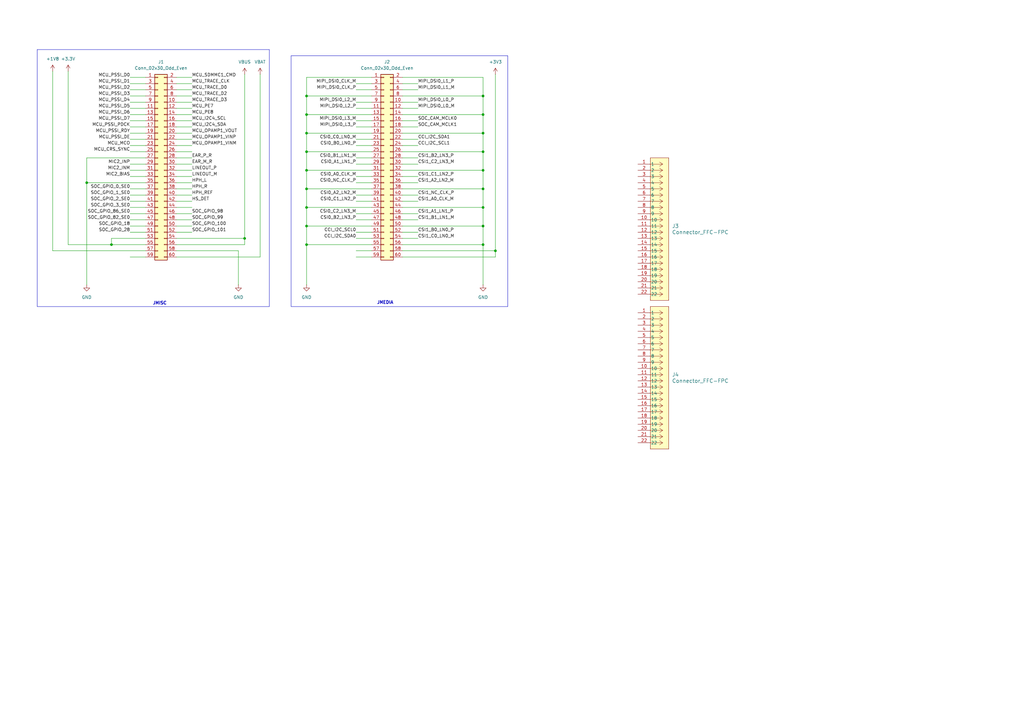
<source format=kicad_sch>
(kicad_sch (version 20250114) (generator "eeschema") (generator_version "9.0")
  (paper "A3")
  (lib_symbols
    (symbol "Connector_Generic:Conn_02x30_Odd_Even" (pin_names (offset 1.016) (hide yes))
      (property "Reference" "J" (at 1.27 38.1 0))
      (property "Value" "Conn_02x30_Odd_Even" (at 1.27 -40.64 0))
      (symbol "Conn_02x30_Odd_Even_1_1"
        (rectangle (start -1.27 36.83) (end 3.81 -39.37) (stroke (width 0.254)) (fill (type background)))
        (rectangle (start -1.27 35.687) (end 0 35.433) (stroke (width 0.1524)))
        (rectangle (start -1.27 33.147) (end 0 32.893) (stroke (width 0.1524)))
        (rectangle (start -1.27 30.607) (end 0 30.353) (stroke (width 0.1524)))
        (rectangle (start -1.27 28.067) (end 0 27.813) (stroke (width 0.1524)))
        (rectangle (start -1.27 25.527) (end 0 25.273) (stroke (width 0.1524)))
        (rectangle (start -1.27 22.987) (end 0 22.733) (stroke (width 0.1524)))
        (rectangle (start -1.27 20.447) (end 0 20.193) (stroke (width 0.1524)))
        (rectangle (start -1.27 17.907) (end 0 17.653) (stroke (width 0.1524)))
        (rectangle (start -1.27 15.367) (end 0 15.113) (stroke (width 0.1524)))
        (rectangle (start -1.27 12.827) (end 0 12.573) (stroke (width 0.1524)))
        (rectangle (start -1.27 10.287) (end 0 10.033) (stroke (width 0.1524)))
        (rectangle (start -1.27 7.747) (end 0 7.493) (stroke (width 0.1524)))
        (rectangle (start -1.27 5.207) (end 0 4.953) (stroke (width 0.1524)))
        (rectangle (start -1.27 2.667) (end 0 2.413) (stroke (width 0.1524)))
        (rectangle (start -1.27 0.127) (end 0 -0.127) (stroke (width 0.1524)))
        (rectangle (start -1.27 -2.413) (end 0 -2.667) (stroke (width 0.1524)))
        (rectangle (start -1.27 -4.953) (end 0 -5.207) (stroke (width 0.1524)))
        (rectangle (start -1.27 -7.493) (end 0 -7.747) (stroke (width 0.1524)))
        (rectangle (start -1.27 -10.033) (end 0 -10.287) (stroke (width 0.1524)))
        (rectangle (start -1.27 -12.573) (end 0 -12.827) (stroke (width 0.1524)))
        (rectangle (start -1.27 -15.113) (end 0 -15.367) (stroke (width 0.1524)))
        (rectangle (start -1.27 -17.653) (end 0 -17.907) (stroke (width 0.1524)))
        (rectangle (start -1.27 -20.193) (end 0 -20.447) (stroke (width 0.1524)))
        (rectangle (start -1.27 -22.733) (end 0 -22.987) (stroke (width 0.1524)))
        (rectangle (start -1.27 -25.273) (end 0 -25.527) (stroke (width 0.1524)))
        (rectangle (start -1.27 -27.813) (end 0 -28.067) (stroke (width 0.1524)))
        (rectangle (start -1.27 -30.353) (end 0 -30.607) (stroke (width 0.1524)))
        (rectangle (start -1.27 -32.893) (end 0 -33.147) (stroke (width 0.1524)))
        (rectangle (start -1.27 -35.433) (end 0 -35.687) (stroke (width 0.1524)))
        (rectangle (start -1.27 -37.973) (end 0 -38.227) (stroke (width 0.1524)))
        (rectangle (start 3.81 35.687) (end 2.54 35.433) (stroke (width 0.1524)))
        (rectangle (start 3.81 33.147) (end 2.54 32.893) (stroke (width 0.1524)))
        (rectangle (start 3.81 30.607) (end 2.54 30.353) (stroke (width 0.1524)))
        (rectangle (start 3.81 28.067) (end 2.54 27.813) (stroke (width 0.1524)))
        (rectangle (start 3.81 25.527) (end 2.54 25.273) (stroke (width 0.1524)))
        (rectangle (start 3.81 22.987) (end 2.54 22.733) (stroke (width 0.1524)))
        (rectangle (start 3.81 20.447) (end 2.54 20.193) (stroke (width 0.1524)))
        (rectangle (start 3.81 17.907) (end 2.54 17.653) (stroke (width 0.1524)))
        (rectangle (start 3.81 15.367) (end 2.54 15.113) (stroke (width 0.1524)))
        (rectangle (start 3.81 12.827) (end 2.54 12.573) (stroke (width 0.1524)))
        (rectangle (start 3.81 10.287) (end 2.54 10.033) (stroke (width 0.1524)))
        (rectangle (start 3.81 7.747) (end 2.54 7.493) (stroke (width 0.1524)))
        (rectangle (start 3.81 5.207) (end 2.54 4.953) (stroke (width 0.1524)))
        (rectangle (start 3.81 2.667) (end 2.54 2.413) (stroke (width 0.1524)))
        (rectangle (start 3.81 0.127) (end 2.54 -0.127) (stroke (width 0.1524)))
        (rectangle (start 3.81 -2.413) (end 2.54 -2.667) (stroke (width 0.1524)))
        (rectangle (start 3.81 -4.953) (end 2.54 -5.207) (stroke (width 0.1524)))
        (rectangle (start 3.81 -7.493) (end 2.54 -7.747) (stroke (width 0.1524)))
        (rectangle (start 3.81 -10.033) (end 2.54 -10.287) (stroke (width 0.1524)))
        (rectangle (start 3.81 -12.573) (end 2.54 -12.827) (stroke (width 0.1524)))
        (rectangle (start 3.81 -15.113) (end 2.54 -15.367) (stroke (width 0.1524)))
        (rectangle (start 3.81 -17.653) (end 2.54 -17.907) (stroke (width 0.1524)))
        (rectangle (start 3.81 -20.193) (end 2.54 -20.447) (stroke (width 0.1524)))
        (rectangle (start 3.81 -22.733) (end 2.54 -22.987) (stroke (width 0.1524)))
        (rectangle (start 3.81 -25.273) (end 2.54 -25.527) (stroke (width 0.1524)))
        (rectangle (start 3.81 -27.813) (end 2.54 -28.067) (stroke (width 0.1524)))
        (rectangle (start 3.81 -30.353) (end 2.54 -30.607) (stroke (width 0.1524)))
        (rectangle (start 3.81 -32.893) (end 2.54 -33.147) (stroke (width 0.1524)))
        (rectangle (start 3.81 -35.433) (end 2.54 -35.687) (stroke (width 0.1524)))
        (rectangle (start 3.81 -37.973) (end 2.54 -38.227) (stroke (width 0.1524)))
        (pin passive line (at -5.08 35.56 0) (length 3.81) (name "Pin_1") (number "1"))
        (pin passive line (at -5.08 33.02 0) (length 3.81) (name "Pin_3") (number "3"))
        (pin passive line (at -5.08 30.48 0) (length 3.81) (name "Pin_5") (number "5"))
        (pin passive line (at -5.08 27.94 0) (length 3.81) (name "Pin_7") (number "7"))
        (pin passive line (at -5.08 25.4 0) (length 3.81) (name "Pin_9") (number "9"))
        (pin passive line (at -5.08 22.86 0) (length 3.81) (name "Pin_11") (number "11"))
        (pin passive line (at -5.08 20.32 0) (length 3.81) (name "Pin_13") (number "13"))
        (pin passive line (at -5.08 17.78 0) (length 3.81) (name "Pin_15") (number "15"))
        (pin passive line (at -5.08 15.24 0) (length 3.81) (name "Pin_17") (number "17"))
        (pin passive line (at -5.08 12.7 0) (length 3.81) (name "Pin_19") (number "19"))
        (pin passive line (at -5.08 10.16 0) (length 3.81) (name "Pin_21") (number "21"))
        (pin passive line (at -5.08 7.62 0) (length 3.81) (name "Pin_23") (number "23"))
        (pin passive line (at -5.08 5.08 0) (length 3.81) (name "Pin_25") (number "25"))
        (pin passive line (at -5.08 2.54 0) (length 3.81) (name "Pin_27") (number "27"))
        (pin passive line (at -5.08 0 0) (length 3.81) (name "Pin_29") (number "29"))
        (pin passive line (at -5.08 -2.54 0) (length 3.81) (name "Pin_31") (number "31"))
        (pin passive line (at -5.08 -5.08 0) (length 3.81) (name "Pin_33") (number "33"))
        (pin passive line (at -5.08 -7.62 0) (length 3.81) (name "Pin_35") (number "35"))
        (pin passive line (at -5.08 -10.16 0) (length 3.81) (name "Pin_37") (number "37"))
        (pin passive line (at -5.08 -12.7 0) (length 3.81) (name "Pin_39") (number "39"))
        (pin passive line (at -5.08 -15.24 0) (length 3.81) (name "Pin_41") (number "41"))
        (pin passive line (at -5.08 -17.78 0) (length 3.81) (name "Pin_43") (number "43"))
        (pin passive line (at -5.08 -20.32 0) (length 3.81) (name "Pin_45") (number "45"))
        (pin passive line (at -5.08 -22.86 0) (length 3.81) (name "Pin_47") (number "47"))
        (pin passive line (at -5.08 -25.4 0) (length 3.81) (name "Pin_49") (number "49"))
        (pin passive line (at -5.08 -27.94 0) (length 3.81) (name "Pin_51") (number "51"))
        (pin passive line (at -5.08 -30.48 0) (length 3.81) (name "Pin_53") (number "53"))
        (pin passive line (at -5.08 -33.02 0) (length 3.81) (name "Pin_55") (number "55"))
        (pin passive line (at -5.08 -35.56 0) (length 3.81) (name "Pin_57") (number "57"))
        (pin passive line (at -5.08 -38.1 0) (length 3.81) (name "Pin_59") (number "59"))
        (pin passive line (at 7.62 35.56 180) (length 3.81) (name "Pin_2") (number "2"))
        (pin passive line (at 7.62 33.02 180) (length 3.81) (name "Pin_4") (number "4"))
        (pin passive line (at 7.62 30.48 180) (length 3.81) (name "Pin_6") (number "6"))
        (pin passive line (at 7.62 27.94 180) (length 3.81) (name "Pin_8") (number "8"))
        (pin passive line (at 7.62 25.4 180) (length 3.81) (name "Pin_10") (number "10"))
        (pin passive line (at 7.62 22.86 180) (length 3.81) (name "Pin_12") (number "12"))
        (pin passive line (at 7.62 20.32 180) (length 3.81) (name "Pin_14") (number "14"))
        (pin passive line (at 7.62 17.78 180) (length 3.81) (name "Pin_16") (number "16"))
        (pin passive line (at 7.62 15.24 180) (length 3.81) (name "Pin_18") (number "18"))
        (pin passive line (at 7.62 12.7 180) (length 3.81) (name "Pin_20") (number "20"))
        (pin passive line (at 7.62 10.16 180) (length 3.81) (name "Pin_22") (number "22"))
        (pin passive line (at 7.62 7.62 180) (length 3.81) (name "Pin_24") (number "24"))
        (pin passive line (at 7.62 5.08 180) (length 3.81) (name "Pin_26") (number "26"))
        (pin passive line (at 7.62 2.54 180) (length 3.81) (name "Pin_28") (number "28"))
        (pin passive line (at 7.62 0 180) (length 3.81) (name "Pin_30") (number "30"))
        (pin passive line (at 7.62 -2.54 180) (length 3.81) (name "Pin_32") (number "32"))
        (pin passive line (at 7.62 -5.08 180) (length 3.81) (name "Pin_34") (number "34"))
        (pin passive line (at 7.62 -7.62 180) (length 3.81) (name "Pin_36") (number "36"))
        (pin passive line (at 7.62 -10.16 180) (length 3.81) (name "Pin_38") (number "38"))
        (pin passive line (at 7.62 -12.7 180) (length 3.81) (name "Pin_40") (number "40"))
        (pin passive line (at 7.62 -15.24 180) (length 3.81) (name "Pin_42") (number "42"))
        (pin passive line (at 7.62 -17.78 180) (length 3.81) (name "Pin_44") (number "44"))
        (pin passive line (at 7.62 -20.32 180) (length 3.81) (name "Pin_46") (number "46"))
        (pin passive line (at 7.62 -22.86 180) (length 3.81) (name "Pin_48") (number "48"))
        (pin passive line (at 7.62 -25.4 180) (length 3.81) (name "Pin_50") (number "50"))
        (pin passive line (at 7.62 -27.94 180) (length 3.81) (name "Pin_52") (number "52"))
        (pin passive line (at 7.62 -30.48 180) (length 3.81) (name "Pin_54") (number "54"))
        (pin passive line (at 7.62 -33.02 180) (length 3.81) (name "Pin_56") (number "56"))
        (pin passive line (at 7.62 -35.56 180) (length 3.81) (name "Pin_58") (number "58"))
        (pin passive line (at 7.62 -38.1 180) (length 3.81) (name "Pin_60") (number "60"))
      )
    )
    (symbol "power:+1V8" (power) (pin_numbers (hide yes)) (pin_names (offset 0) (hide yes))
      (property "Value" "+1V8" (at 0 3.556 0))
      (symbol "+1V8_0_1"
        (polyline (pts (xy -0.762 1.27) (xy 0 2.54)))
        (polyline (pts (xy 0 2.54) (xy 0.762 1.27)))
        (polyline (pts (xy 0 0) (xy 0 2.54)))
      )
      (symbol "+1V8_1_1"
        (pin power_in line (at 0 0 90) (length 0) (name "~") (number "1"))
      )
    )
    (symbol "power:+3.3V" (power) (pin_numbers (hide yes)) (pin_names (offset 0) (hide yes))
      (property "Value" "+3.3V" (at 0 3.556 0))
      (symbol "+3.3V_0_1"
        (polyline (pts (xy -0.762 1.27) (xy 0 2.54)))
        (polyline (pts (xy 0 2.54) (xy 0.762 1.27)))
        (polyline (pts (xy 0 0) (xy 0 2.54)))
      )
      (symbol "+3.3V_1_1"
        (pin power_in line (at 0 0 90) (length 0) (name "~") (number "1"))
      )
    )
    (symbol "power:+3V3" (power) (pin_numbers (hide yes)) (pin_names (offset 0) (hide yes))
      (property "Value" "+3V3" (at 0 3.556 0))
      (symbol "+3V3_0_1"
        (polyline (pts (xy -0.762 1.27) (xy 0 2.54)))
        (polyline (pts (xy 0 2.54) (xy 0.762 1.27)))
        (polyline (pts (xy 0 0) (xy 0 2.54)))
      )
      (symbol "+3V3_1_1"
        (pin power_in line (at 0 0 90) (length 0) (name "~") (number "1"))
      )
    )
    (symbol "power:GND" (power) (pin_numbers (hide yes)) (pin_names (offset 0) (hide yes))
      (property "Value" "GND" (at 0 -3.81 0))
      (symbol "GND_0_1"
        (polyline (pts (xy 0 0) (xy 0 -1.27) (xy 1.27 -1.27) (xy 0 -2.54) (xy -1.27 -1.27) (xy 0 -1.27)))
      )
      (symbol "GND_1_1"
        (pin power_in line (at 0 0 270) (length 0) (name "~") (number "1"))
      )
    )
    (symbol "power:VBUS" (power) (pin_numbers (hide yes)) (pin_names (offset 0) (hide yes))
      (property "Value" "VBUS" (at 0 3.556 0))
      (symbol "VBUS_0_1"
        (polyline (pts (xy -0.762 1.27) (xy 0 2.54)))
        (polyline (pts (xy 0 2.54) (xy 0.762 1.27)))
        (polyline (pts (xy 0 0) (xy 0 2.54)))
      )
      (symbol "VBUS_1_1"
        (pin power_in line (at 0 0 90) (length 0) (name "~") (number "1"))
      )
    )
    (symbol "robotics-symbols:Connector_FFC-FPC" (pin_names (offset 0.254))
      (property "Reference" "J" (at 8.89 6.35 0))
      (property "Value" "Connector_FFC-FPC" (at -0.254 4.064 0))
      (symbol "Connector_FFC-FPC_1_1"
        (rectangle (start 5.08 2.54) (end 12.7 -55.88) (fill (type color) (color 255 255 194 1)))
        (polyline (pts (xy 10.16 0) (xy 5.08 0)) (stroke (width 0.127)))
        (polyline (pts (xy 10.16 0) (xy 8.89 0.8467)) (stroke (width 0.127)))
        (polyline (pts (xy 10.16 0) (xy 8.89 -0.8467)) (stroke (width 0.127)))
        (polyline (pts (xy 10.16 -2.54) (xy 5.08 -2.54)) (stroke (width 0.127)))
        (polyline (pts (xy 10.16 -2.54) (xy 8.89 -1.6933)) (stroke (width 0.127)))
        (polyline (pts (xy 10.16 -2.54) (xy 8.89 -3.3867)) (stroke (width 0.127)))
        (polyline (pts (xy 10.16 -5.08) (xy 5.08 -5.08)) (stroke (width 0.127)))
        (polyline (pts (xy 10.16 -5.08) (xy 8.89 -4.2333)) (stroke (width 0.127)))
        (polyline (pts (xy 10.16 -5.08) (xy 8.89 -5.9267)) (stroke (width 0.127)))
        (polyline (pts (xy 10.16 -7.62) (xy 5.08 -7.62)) (stroke (width 0.127)))
        (polyline (pts (xy 10.16 -7.62) (xy 8.89 -6.7733)) (stroke (width 0.127)))
        (polyline (pts (xy 10.16 -7.62) (xy 8.89 -8.4667)) (stroke (width 0.127)))
        (polyline (pts (xy 10.16 -10.16) (xy 5.08 -10.16)) (stroke (width 0.127)))
        (polyline (pts (xy 10.16 -10.16) (xy 8.89 -9.3133)) (stroke (width 0.127)))
        (polyline (pts (xy 10.16 -10.16) (xy 8.89 -11.0067)) (stroke (width 0.127)))
        (polyline (pts (xy 10.16 -12.7) (xy 5.08 -12.7)) (stroke (width 0.127)))
        (polyline (pts (xy 10.16 -12.7) (xy 8.89 -11.8533)) (stroke (width 0.127)))
        (polyline (pts (xy 10.16 -12.7) (xy 8.89 -13.5467)) (stroke (width 0.127)))
        (polyline (pts (xy 10.16 -15.24) (xy 5.08 -15.24)) (stroke (width 0.127)))
        (polyline (pts (xy 10.16 -15.24) (xy 8.89 -14.3933)) (stroke (width 0.127)))
        (polyline (pts (xy 10.16 -15.24) (xy 8.89 -16.0867)) (stroke (width 0.127)))
        (polyline (pts (xy 10.16 -17.78) (xy 5.08 -17.78)) (stroke (width 0.127)))
        (polyline (pts (xy 10.16 -17.78) (xy 8.89 -16.9333)) (stroke (width 0.127)))
        (polyline (pts (xy 10.16 -17.78) (xy 8.89 -18.6267)) (stroke (width 0.127)))
        (polyline (pts (xy 10.16 -20.32) (xy 5.08 -20.32)) (stroke (width 0.127)))
        (polyline (pts (xy 10.16 -20.32) (xy 8.89 -19.4733)) (stroke (width 0.127)))
        (polyline (pts (xy 10.16 -20.32) (xy 8.89 -21.1667)) (stroke (width 0.127)))
        (polyline (pts (xy 10.16 -22.86) (xy 5.08 -22.86)) (stroke (width 0.127)))
        (polyline (pts (xy 10.16 -22.86) (xy 8.89 -22.0133)) (stroke (width 0.127)))
        (polyline (pts (xy 10.16 -22.86) (xy 8.89 -23.7067)) (stroke (width 0.127)))
        (polyline (pts (xy 10.16 -25.4) (xy 5.08 -25.4)) (stroke (width 0.127)))
        (polyline (pts (xy 10.16 -25.4) (xy 8.89 -24.5533)) (stroke (width 0.127)))
        (polyline (pts (xy 10.16 -25.4) (xy 8.89 -26.2467)) (stroke (width 0.127)))
        (polyline (pts (xy 10.16 -27.94) (xy 5.08 -27.94)) (stroke (width 0.127)))
        (polyline (pts (xy 10.16 -27.94) (xy 8.89 -27.0933)) (stroke (width 0.127)))
        (polyline (pts (xy 10.16 -27.94) (xy 8.89 -28.7867)) (stroke (width 0.127)))
        (polyline (pts (xy 10.16 -30.48) (xy 5.08 -30.48)) (stroke (width 0.127)))
        (polyline (pts (xy 10.16 -30.48) (xy 8.89 -29.6333)) (stroke (width 0.127)))
        (polyline (pts (xy 10.16 -30.48) (xy 8.89 -31.3267)) (stroke (width 0.127)))
        (polyline (pts (xy 10.16 -33.02) (xy 5.08 -33.02)) (stroke (width 0.127)))
        (polyline (pts (xy 10.16 -33.02) (xy 8.89 -32.1733)) (stroke (width 0.127)))
        (polyline (pts (xy 10.16 -33.02) (xy 8.89 -33.8667)) (stroke (width 0.127)))
        (polyline (pts (xy 10.16 -35.56) (xy 5.08 -35.56)) (stroke (width 0.127)))
        (polyline (pts (xy 10.16 -35.56) (xy 8.89 -34.7133)) (stroke (width 0.127)))
        (polyline (pts (xy 10.16 -35.56) (xy 8.89 -36.4067)) (stroke (width 0.127)))
        (polyline (pts (xy 10.16 -38.1) (xy 5.08 -38.1)) (stroke (width 0.127)))
        (polyline (pts (xy 10.16 -38.1) (xy 8.89 -37.2533)) (stroke (width 0.127)))
        (polyline (pts (xy 10.16 -38.1) (xy 8.89 -38.9467)) (stroke (width 0.127)))
        (polyline (pts (xy 10.16 -40.64) (xy 5.08 -40.64)) (stroke (width 0.127)))
        (polyline (pts (xy 10.16 -40.64) (xy 8.89 -39.7933)) (stroke (width 0.127)))
        (polyline (pts (xy 10.16 -40.64) (xy 8.89 -41.4867)) (stroke (width 0.127)))
        (polyline (pts (xy 10.16 -43.18) (xy 5.08 -43.18)) (stroke (width 0.127)))
        (polyline (pts (xy 10.16 -43.18) (xy 8.89 -42.3333)) (stroke (width 0.127)))
        (polyline (pts (xy 10.16 -43.18) (xy 8.89 -44.0267)) (stroke (width 0.127)))
        (polyline (pts (xy 10.16 -45.72) (xy 5.08 -45.72)) (stroke (width 0.127)))
        (polyline (pts (xy 10.16 -45.72) (xy 8.89 -44.8733)) (stroke (width 0.127)))
        (polyline (pts (xy 10.16 -45.72) (xy 8.89 -46.5667)) (stroke (width 0.127)))
        (polyline (pts (xy 10.16 -48.26) (xy 5.08 -48.26)) (stroke (width 0.127)))
        (polyline (pts (xy 10.16 -48.26) (xy 8.89 -47.4133)) (stroke (width 0.127)))
        (polyline (pts (xy 10.16 -48.26) (xy 8.89 -49.1067)) (stroke (width 0.127)))
        (polyline (pts (xy 10.16 -50.8) (xy 5.08 -50.8)) (stroke (width 0.127)))
        (polyline (pts (xy 10.16 -50.8) (xy 8.89 -49.9533)) (stroke (width 0.127)))
        (polyline (pts (xy 10.16 -50.8) (xy 8.89 -51.6467)) (stroke (width 0.127)))
        (polyline (pts (xy 10.16 -53.34) (xy 5.08 -53.34)) (stroke (width 0.127)))
        (polyline (pts (xy 10.16 -53.34) (xy 8.89 -52.4933)) (stroke (width 0.127)))
        (polyline (pts (xy 10.16 -53.34) (xy 8.89 -54.1867)) (stroke (width 0.127)))
        (pin unspecified line (at 0 0 0) (length 5.08) (name "1") (number "1"))
        (pin unspecified line (at 0 -2.54 0) (length 5.08) (name "2") (number "2"))
        (pin unspecified line (at 0 -5.08 0) (length 5.08) (name "3") (number "3"))
        (pin unspecified line (at 0 -7.62 0) (length 5.08) (name "4") (number "4"))
        (pin unspecified line (at 0 -10.16 0) (length 5.08) (name "5") (number "5"))
        (pin unspecified line (at 0 -12.7 0) (length 5.08) (name "6") (number "6"))
        (pin unspecified line (at 0 -15.24 0) (length 5.08) (name "7") (number "7"))
        (pin unspecified line (at 0 -17.78 0) (length 5.08) (name "8") (number "8"))
        (pin unspecified line (at 0 -20.32 0) (length 5.08) (name "9") (number "9"))
        (pin unspecified line (at 0 -22.86 0) (length 5.08) (name "10") (number "10"))
        (pin unspecified line (at 0 -25.4 0) (length 5.08) (name "11") (number "11"))
        (pin unspecified line (at 0 -27.94 0) (length 5.08) (name "12") (number "12"))
        (pin unspecified line (at 0 -30.48 0) (length 5.08) (name "13") (number "13"))
        (pin unspecified line (at 0 -33.02 0) (length 5.08) (name "14") (number "14"))
        (pin unspecified line (at 0 -35.56 0) (length 5.08) (name "15") (number "15"))
        (pin unspecified line (at 0 -38.1 0) (length 5.08) (name "16") (number "16"))
        (pin unspecified line (at 0 -40.64 0) (length 5.08) (name "17") (number "17"))
        (pin unspecified line (at 0 -43.18 0) (length 5.08) (name "18") (number "18"))
        (pin unspecified line (at 0 -45.72 0) (length 5.08) (name "19") (number "19"))
        (pin unspecified line (at 0 -48.26 0) (length 5.08) (name "20") (number "20"))
        (pin unspecified line (at 0 -50.8 0) (length 5.08) (name "21") (number "21"))
        (pin unspecified line (at 0 -53.34 0) (length 5.08) (name "22") (number "22"))
      )
      (symbol "Connector_FFC-FPC_1_2"
        (polyline (pts (xy 5.08 2.54) (xy 5.08 -55.88)) (stroke (width 0.127)))
        (polyline (pts (xy 5.08 -55.88) (xy 12.7 -55.88)) (stroke (width 0.127)))
        (polyline (pts (xy 7.62 0) (xy 5.08 0)) (stroke (width 0.127)))
        (polyline (pts (xy 7.62 0) (xy 8.89 0.8467)) (stroke (width 0.127)))
        (polyline (pts (xy 7.62 0) (xy 8.89 -0.8467)) (stroke (width 0.127)))
        (polyline (pts (xy 7.62 -2.54) (xy 5.08 -2.54)) (stroke (width 0.127)))
        (polyline (pts (xy 7.62 -2.54) (xy 8.89 -1.6933)) (stroke (width 0.127)))
        (polyline (pts (xy 7.62 -2.54) (xy 8.89 -3.3867)) (stroke (width 0.127)))
        (polyline (pts (xy 7.62 -5.08) (xy 5.08 -5.08)) (stroke (width 0.127)))
        (polyline (pts (xy 7.62 -5.08) (xy 8.89 -4.2333)) (stroke (width 0.127)))
        (polyline (pts (xy 7.62 -5.08) (xy 8.89 -5.9267)) (stroke (width 0.127)))
        (polyline (pts (xy 7.62 -7.62) (xy 5.08 -7.62)) (stroke (width 0.127)))
        (polyline (pts (xy 7.62 -7.62) (xy 8.89 -6.7733)) (stroke (width 0.127)))
        (polyline (pts (xy 7.62 -7.62) (xy 8.89 -8.4667)) (stroke (width 0.127)))
        (polyline (pts (xy 7.62 -10.16) (xy 5.08 -10.16)) (stroke (width 0.127)))
        (polyline (pts (xy 7.62 -10.16) (xy 8.89 -9.3133)) (stroke (width 0.127)))
        (polyline (pts (xy 7.62 -10.16) (xy 8.89 -11.0067)) (stroke (width 0.127)))
        (polyline (pts (xy 7.62 -12.7) (xy 5.08 -12.7)) (stroke (width 0.127)))
        (polyline (pts (xy 7.62 -12.7) (xy 8.89 -11.8533)) (stroke (width 0.127)))
        (polyline (pts (xy 7.62 -12.7) (xy 8.89 -13.5467)) (stroke (width 0.127)))
        (polyline (pts (xy 7.62 -15.24) (xy 5.08 -15.24)) (stroke (width 0.127)))
        (polyline (pts (xy 7.62 -15.24) (xy 8.89 -14.3933)) (stroke (width 0.127)))
        (polyline (pts (xy 7.62 -15.24) (xy 8.89 -16.0867)) (stroke (width 0.127)))
        (polyline (pts (xy 7.62 -17.78) (xy 5.08 -17.78)) (stroke (width 0.127)))
        (polyline (pts (xy 7.62 -17.78) (xy 8.89 -16.9333)) (stroke (width 0.127)))
        (polyline (pts (xy 7.62 -17.78) (xy 8.89 -18.6267)) (stroke (width 0.127)))
        (polyline (pts (xy 7.62 -20.32) (xy 5.08 -20.32)) (stroke (width 0.127)))
        (polyline (pts (xy 7.62 -20.32) (xy 8.89 -19.4733)) (stroke (width 0.127)))
        (polyline (pts (xy 7.62 -20.32) (xy 8.89 -21.1667)) (stroke (width 0.127)))
        (polyline (pts (xy 7.62 -22.86) (xy 5.08 -22.86)) (stroke (width 0.127)))
        (polyline (pts (xy 7.62 -22.86) (xy 8.89 -22.0133)) (stroke (width 0.127)))
        (polyline (pts (xy 7.62 -22.86) (xy 8.89 -23.7067)) (stroke (width 0.127)))
        (polyline (pts (xy 7.62 -25.4) (xy 5.08 -25.4)) (stroke (width 0.127)))
        (polyline (pts (xy 7.62 -25.4) (xy 8.89 -24.5533)) (stroke (width 0.127)))
        (polyline (pts (xy 7.62 -25.4) (xy 8.89 -26.2467)) (stroke (width 0.127)))
        (polyline (pts (xy 7.62 -27.94) (xy 5.08 -27.94)) (stroke (width 0.127)))
        (polyline (pts (xy 7.62 -27.94) (xy 8.89 -27.0933)) (stroke (width 0.127)))
        (polyline (pts (xy 7.62 -27.94) (xy 8.89 -28.7867)) (stroke (width 0.127)))
        (polyline (pts (xy 7.62 -30.48) (xy 5.08 -30.48)) (stroke (width 0.127)))
        (polyline (pts (xy 7.62 -30.48) (xy 8.89 -29.6333)) (stroke (width 0.127)))
        (polyline (pts (xy 7.62 -30.48) (xy 8.89 -31.3267)) (stroke (width 0.127)))
        (polyline (pts (xy 7.62 -33.02) (xy 5.08 -33.02)) (stroke (width 0.127)))
        (polyline (pts (xy 7.62 -33.02) (xy 8.89 -32.1733)) (stroke (width 0.127)))
        (polyline (pts (xy 7.62 -33.02) (xy 8.89 -33.8667)) (stroke (width 0.127)))
        (polyline (pts (xy 7.62 -35.56) (xy 5.08 -35.56)) (stroke (width 0.127)))
        (polyline (pts (xy 7.62 -35.56) (xy 8.89 -34.7133)) (stroke (width 0.127)))
        (polyline (pts (xy 7.62 -35.56) (xy 8.89 -36.4067)) (stroke (width 0.127)))
        (polyline (pts (xy 7.62 -38.1) (xy 5.08 -38.1)) (stroke (width 0.127)))
        (polyline (pts (xy 7.62 -38.1) (xy 8.89 -37.2533)) (stroke (width 0.127)))
        (polyline (pts (xy 7.62 -38.1) (xy 8.89 -38.9467)) (stroke (width 0.127)))
        (polyline (pts (xy 7.62 -40.64) (xy 5.08 -40.64)) (stroke (width 0.127)))
        (polyline (pts (xy 7.62 -40.64) (xy 8.89 -39.7933)) (stroke (width 0.127)))
        (polyline (pts (xy 7.62 -40.64) (xy 8.89 -41.4867)) (stroke (width 0.127)))
        (polyline (pts (xy 7.62 -43.18) (xy 5.08 -43.18)) (stroke (width 0.127)))
        (polyline (pts (xy 7.62 -43.18) (xy 8.89 -42.3333)) (stroke (width 0.127)))
        (polyline (pts (xy 7.62 -43.18) (xy 8.89 -44.0267)) (stroke (width 0.127)))
        (polyline (pts (xy 7.62 -45.72) (xy 5.08 -45.72)) (stroke (width 0.127)))
        (polyline (pts (xy 7.62 -45.72) (xy 8.89 -44.8733)) (stroke (width 0.127)))
        (polyline (pts (xy 7.62 -45.72) (xy 8.89 -46.5667)) (stroke (width 0.127)))
        (polyline (pts (xy 7.62 -48.26) (xy 5.08 -48.26)) (stroke (width 0.127)))
        (polyline (pts (xy 7.62 -48.26) (xy 8.89 -47.4133)) (stroke (width 0.127)))
        (polyline (pts (xy 7.62 -48.26) (xy 8.89 -49.1067)) (stroke (width 0.127)))
        (polyline (pts (xy 7.62 -50.8) (xy 5.08 -50.8)) (stroke (width 0.127)))
        (polyline (pts (xy 7.62 -50.8) (xy 8.89 -49.9533)) (stroke (width 0.127)))
        (polyline (pts (xy 7.62 -50.8) (xy 8.89 -51.6467)) (stroke (width 0.127)))
        (polyline (pts (xy 7.62 -53.34) (xy 5.08 -53.34)) (stroke (width 0.127)))
        (polyline (pts (xy 7.62 -53.34) (xy 8.89 -52.4933)) (stroke (width 0.127)))
        (polyline (pts (xy 7.62 -53.34) (xy 8.89 -54.1867)) (stroke (width 0.127)))
        (polyline (pts (xy 12.7 2.54) (xy 5.08 2.54)) (stroke (width 0.127)))
        (polyline (pts (xy 12.7 -55.88) (xy 12.7 2.54)) (stroke (width 0.127)))
        (pin unspecified line (at 0 0 0) (length 5.08) (name "1") (number "1"))
        (pin unspecified line (at 0 -2.54 0) (length 5.08) (name "2") (number "2"))
        (pin unspecified line (at 0 -5.08 0) (length 5.08) (name "3") (number "3"))
        (pin unspecified line (at 0 -7.62 0) (length 5.08) (name "4") (number "4"))
        (pin unspecified line (at 0 -10.16 0) (length 5.08) (name "5") (number "5"))
        (pin unspecified line (at 0 -12.7 0) (length 5.08) (name "6") (number "6"))
        (pin unspecified line (at 0 -15.24 0) (length 5.08) (name "7") (number "7"))
        (pin unspecified line (at 0 -17.78 0) (length 5.08) (name "8") (number "8"))
        (pin unspecified line (at 0 -20.32 0) (length 5.08) (name "9") (number "9"))
        (pin unspecified line (at 0 -22.86 0) (length 5.08) (name "10") (number "10"))
        (pin unspecified line (at 0 -25.4 0) (length 5.08) (name "11") (number "11"))
        (pin unspecified line (at 0 -27.94 0) (length 5.08) (name "12") (number "12"))
        (pin unspecified line (at 0 -30.48 0) (length 5.08) (name "13") (number "13"))
        (pin unspecified line (at 0 -33.02 0) (length 5.08) (name "14") (number "14"))
        (pin unspecified line (at 0 -35.56 0) (length 5.08) (name "15") (number "15"))
        (pin unspecified line (at 0 -38.1 0) (length 5.08) (name "16") (number "16"))
        (pin unspecified line (at 0 -40.64 0) (length 5.08) (name "17") (number "17"))
        (pin unspecified line (at 0 -43.18 0) (length 5.08) (name "18") (number "18"))
        (pin unspecified line (at 0 -45.72 0) (length 5.08) (name "19") (number "19"))
        (pin unspecified line (at 0 -48.26 0) (length 5.08) (name "20") (number "20"))
        (pin unspecified line (at 0 -50.8 0) (length 5.08) (name "21") (number "21"))
        (pin unspecified line (at 0 -53.34 0) (length 5.08) (name "22") (number "22"))
      )
    )
  )
  (rectangle (start 15.24 20.32) (end 110.49 125.73))
  (rectangle (start 119.38 22.86) (end 208.28 125.73))
  (text "JMISC" (at 65.532 124.46 0) (effects (font (size 1.27 1.27) (thickness 0.254) (bold yes))))
  (text "JMEDIA" (at 157.988 124.206 0) (effects (font (size 1.27 1.27) (thickness 0.254) (bold yes))))
  (junction (at 198.12 39.37))
  (junction (at 198.12 62.23))
  (junction (at 45.72 100.33))
  (junction (at 198.12 46.99))
  (junction (at 203.2 102.87))
  (junction (at 125.73 92.71))
  (junction (at 125.73 46.99))
  (junction (at 198.12 100.33))
  (junction (at 198.12 77.47))
  (junction (at 125.73 39.37))
  (junction (at 198.12 54.61))
  (junction (at 125.73 54.61))
  (junction (at 100.33 97.79))
  (junction (at 125.73 100.33))
  (junction (at 198.12 92.71))
  (junction (at 125.73 77.47))
  (junction (at 198.12 85.09))
  (junction (at 125.73 69.85))
  (junction (at 198.12 69.85))
  (junction (at 35.56 74.93))
  (junction (at 125.73 85.09))
  (junction (at 125.73 62.23))
  (wire (pts (xy 78.74 46.99) (xy 72.39 46.99)))
  (wire (pts (xy 171.45 74.93) (xy 165.1 74.93)))
  (wire (pts (xy 125.73 77.47) (xy 152.4 77.47)))
  (wire (pts (xy 125.73 92.71) (xy 125.73 100.33)))
  (wire (pts (xy 21.59 102.87) (xy 59.69 102.87)))
  (wire (pts (xy 171.45 49.53) (xy 165.1 49.53)))
  (wire (pts (xy 198.12 85.09) (xy 198.12 92.71)))
  (wire (pts (xy 165.1 105.41) (xy 203.2 105.41)))
  (wire (pts (xy 171.45 64.77) (xy 165.1 64.77)))
  (wire (pts (xy 171.45 44.45) (xy 165.1 44.45)))
  (wire (pts (xy 125.73 54.61) (xy 125.73 62.23)))
  (wire (pts (xy 125.73 54.61) (xy 152.4 54.61)))
  (wire (pts (xy 125.73 46.99) (xy 125.73 54.61)))
  (wire (pts (xy 165.1 85.09) (xy 198.12 85.09)))
  (wire (pts (xy 171.45 72.39) (xy 165.1 72.39)))
  (wire (pts (xy 78.74 39.37) (xy 72.39 39.37)))
  (wire (pts (xy 146.05 82.55) (xy 152.4 82.55)))
  (wire (pts (xy 146.05 95.25) (xy 152.4 95.25)))
  (wire (pts (xy 125.73 31.75) (xy 152.4 31.75)))
  (wire (pts (xy 21.59 29.21) (xy 21.59 102.87)))
  (wire (pts (xy 78.74 52.07) (xy 72.39 52.07)))
  (wire (pts (xy 171.45 82.55) (xy 165.1 82.55)))
  (wire (pts (xy 78.74 36.83) (xy 72.39 36.83)))
  (wire (pts (xy 165.1 100.33) (xy 198.12 100.33)))
  (wire (pts (xy 53.34 59.69) (xy 59.69 59.69)))
  (wire (pts (xy 78.74 31.75) (xy 72.39 31.75)))
  (wire (pts (xy 72.39 97.79) (xy 100.33 97.79)))
  (wire (pts (xy 125.73 46.99) (xy 152.4 46.99)))
  (wire (pts (xy 125.73 62.23) (xy 152.4 62.23)))
  (wire (pts (xy 53.34 54.61) (xy 59.69 54.61)))
  (wire (pts (xy 53.34 105.41) (xy 59.69 105.41)))
  (wire (pts (xy 53.34 69.85) (xy 59.69 69.85)))
  (wire (pts (xy 165.1 46.99) (xy 198.12 46.99)))
  (wire (pts (xy 35.56 64.77) (xy 59.69 64.77)))
  (wire (pts (xy 125.73 92.71) (xy 152.4 92.71)))
  (wire (pts (xy 125.73 85.09) (xy 152.4 85.09)))
  (wire (pts (xy 165.1 31.75) (xy 198.12 31.75)))
  (wire (pts (xy 53.34 34.29) (xy 59.69 34.29)))
  (wire (pts (xy 125.73 62.23) (xy 125.73 69.85)))
  (wire (pts (xy 78.74 67.31) (xy 72.39 67.31)))
  (wire (pts (xy 171.45 52.07) (xy 165.1 52.07)))
  (wire (pts (xy 125.73 31.75) (xy 125.73 39.37)))
  (wire (pts (xy 171.45 95.25) (xy 165.1 95.25)))
  (wire (pts (xy 27.94 29.21) (xy 27.94 100.33)))
  (wire (pts (xy 146.05 49.53) (xy 152.4 49.53)))
  (wire (pts (xy 171.45 41.91) (xy 165.1 41.91)))
  (wire (pts (xy 78.74 49.53) (xy 72.39 49.53)))
  (wire (pts (xy 53.34 49.53) (xy 59.69 49.53)))
  (wire (pts (xy 146.05 90.17) (xy 152.4 90.17)))
  (wire (pts (xy 78.74 72.39) (xy 72.39 72.39)))
  (wire (pts (xy 146.05 80.01) (xy 152.4 80.01)))
  (wire (pts (xy 198.12 100.33) (xy 198.12 116.84)))
  (wire (pts (xy 53.34 67.31) (xy 59.69 67.31)))
  (wire (pts (xy 78.74 87.63) (xy 72.39 87.63)))
  (wire (pts (xy 78.74 92.71) (xy 72.39 92.71)))
  (wire (pts (xy 165.1 92.71) (xy 198.12 92.71)))
  (wire (pts (xy 78.74 34.29) (xy 72.39 34.29)))
  (wire (pts (xy 125.73 39.37) (xy 152.4 39.37)))
  (wire (pts (xy 198.12 77.47) (xy 198.12 85.09)))
  (wire (pts (xy 53.34 77.47) (xy 59.69 77.47)))
  (wire (pts (xy 125.73 77.47) (xy 125.73 85.09)))
  (wire (pts (xy 53.34 46.99) (xy 59.69 46.99)))
  (wire (pts (xy 165.1 62.23) (xy 198.12 62.23)))
  (wire (pts (xy 198.12 54.61) (xy 198.12 62.23)))
  (wire (pts (xy 171.45 59.69) (xy 165.1 59.69)))
  (wire (pts (xy 78.74 57.15) (xy 72.39 57.15)))
  (wire (pts (xy 78.74 69.85) (xy 72.39 69.85)))
  (wire (pts (xy 146.05 41.91) (xy 152.4 41.91)))
  (wire (pts (xy 53.34 62.23) (xy 59.69 62.23)))
  (wire (pts (xy 146.05 105.41) (xy 152.4 105.41)))
  (wire (pts (xy 165.1 102.87) (xy 203.2 102.87)))
  (wire (pts (xy 78.74 80.01) (xy 72.39 80.01)))
  (wire (pts (xy 171.45 36.83) (xy 165.1 36.83)))
  (wire (pts (xy 146.05 67.31) (xy 152.4 67.31)))
  (wire (pts (xy 78.74 90.17) (xy 72.39 90.17)))
  (wire (pts (xy 198.12 39.37) (xy 198.12 46.99)))
  (wire (pts (xy 78.74 64.77) (xy 72.39 64.77)))
  (wire (pts (xy 53.34 85.09) (xy 59.69 85.09)))
  (wire (pts (xy 165.1 54.61) (xy 198.12 54.61)))
  (wire (pts (xy 125.73 100.33) (xy 152.4 100.33)))
  (wire (pts (xy 78.74 54.61) (xy 72.39 54.61)))
  (wire (pts (xy 100.33 100.33) (xy 100.33 97.79)))
  (wire (pts (xy 72.39 105.41) (xy 106.68 105.41)))
  (wire (pts (xy 146.05 64.77) (xy 152.4 64.77)))
  (wire (pts (xy 146.05 59.69) (xy 152.4 59.69)))
  (wire (pts (xy 53.34 44.45) (xy 59.69 44.45)))
  (wire (pts (xy 146.05 87.63) (xy 152.4 87.63)))
  (wire (pts (xy 53.34 87.63) (xy 59.69 87.63)))
  (wire (pts (xy 146.05 57.15) (xy 152.4 57.15)))
  (wire (pts (xy 35.56 74.93) (xy 59.69 74.93)))
  (wire (pts (xy 146.05 74.93) (xy 152.4 74.93)))
  (wire (pts (xy 78.74 82.55) (xy 72.39 82.55)))
  (wire (pts (xy 171.45 34.29) (xy 165.1 34.29)))
  (wire (pts (xy 78.74 77.47) (xy 72.39 77.47)))
  (wire (pts (xy 171.45 67.31) (xy 165.1 67.31)))
  (wire (pts (xy 171.45 80.01) (xy 165.1 80.01)))
  (wire (pts (xy 146.05 97.79) (xy 152.4 97.79)))
  (wire (pts (xy 125.73 100.33) (xy 125.73 116.84)))
  (wire (pts (xy 125.73 85.09) (xy 125.73 92.71)))
  (wire (pts (xy 125.73 69.85) (xy 125.73 77.47)))
  (wire (pts (xy 53.34 41.91) (xy 59.69 41.91)))
  (wire (pts (xy 165.1 77.47) (xy 198.12 77.47)))
  (wire (pts (xy 72.39 102.87) (xy 97.79 102.87)))
  (wire (pts (xy 125.73 69.85) (xy 152.4 69.85)))
  (wire (pts (xy 27.94 100.33) (xy 45.72 100.33)))
  (wire (pts (xy 78.74 62.23) (xy 72.39 62.23)))
  (wire (pts (xy 146.05 44.45) (xy 152.4 44.45)))
  (wire (pts (xy 106.68 105.41) (xy 106.68 30.48)))
  (wire (pts (xy 35.56 74.93) (xy 35.56 116.84)))
  (wire (pts (xy 146.05 34.29) (xy 152.4 34.29)))
  (wire (pts (xy 198.12 92.71) (xy 198.12 100.33)))
  (wire (pts (xy 203.2 105.41) (xy 203.2 102.87)))
  (wire (pts (xy 45.72 97.79) (xy 59.69 97.79)))
  (wire (pts (xy 146.05 52.07) (xy 152.4 52.07)))
  (wire (pts (xy 171.45 57.15) (xy 165.1 57.15)))
  (wire (pts (xy 78.74 44.45) (xy 72.39 44.45)))
  (wire (pts (xy 100.33 30.48) (xy 100.33 97.79)))
  (wire (pts (xy 171.45 97.79) (xy 165.1 97.79)))
  (wire (pts (xy 78.74 95.25) (xy 72.39 95.25)))
  (wire (pts (xy 53.34 57.15) (xy 59.69 57.15)))
  (wire (pts (xy 78.74 85.09) (xy 72.39 85.09)))
  (wire (pts (xy 165.1 69.85) (xy 198.12 69.85)))
  (wire (pts (xy 53.34 36.83) (xy 59.69 36.83)))
  (wire (pts (xy 53.34 31.75) (xy 59.69 31.75)))
  (wire (pts (xy 198.12 62.23) (xy 198.12 69.85)))
  (wire (pts (xy 53.34 90.17) (xy 59.69 90.17)))
  (wire (pts (xy 53.34 82.55) (xy 59.69 82.55)))
  (wire (pts (xy 125.73 39.37) (xy 125.73 46.99)))
  (wire (pts (xy 78.74 59.69) (xy 72.39 59.69)))
  (wire (pts (xy 53.34 72.39) (xy 59.69 72.39)))
  (wire (pts (xy 203.2 102.87) (xy 203.2 30.48)))
  (wire (pts (xy 171.45 87.63) (xy 165.1 87.63)))
  (wire (pts (xy 146.05 102.87) (xy 152.4 102.87)))
  (wire (pts (xy 78.74 41.91) (xy 72.39 41.91)))
  (wire (pts (xy 53.34 39.37) (xy 59.69 39.37)))
  (wire (pts (xy 45.72 97.79) (xy 45.72 100.33)))
  (wire (pts (xy 78.74 74.93) (xy 72.39 74.93)))
  (wire (pts (xy 171.45 90.17) (xy 165.1 90.17)))
  (wire (pts (xy 72.39 100.33) (xy 100.33 100.33)))
  (wire (pts (xy 198.12 69.85) (xy 198.12 77.47)))
  (wire (pts (xy 198.12 31.75) (xy 198.12 39.37)))
  (wire (pts (xy 97.79 102.87) (xy 97.79 116.84)))
  (wire (pts (xy 53.34 92.71) (xy 59.69 92.71)))
  (wire (pts (xy 198.12 46.99) (xy 198.12 54.61)))
  (wire (pts (xy 53.34 52.07) (xy 59.69 52.07)))
  (wire (pts (xy 35.56 64.77) (xy 35.56 74.93)))
  (wire (pts (xy 53.34 95.25) (xy 59.69 95.25)))
  (wire (pts (xy 165.1 39.37) (xy 198.12 39.37)))
  (wire (pts (xy 146.05 72.39) (xy 152.4 72.39)))
  (wire (pts (xy 53.34 80.01) (xy 59.69 80.01)))
  (wire (pts (xy 146.05 36.83) (xy 152.4 36.83)))
  (wire (pts (xy 45.72 100.33) (xy 59.69 100.33)))
  (label "CCI_I2C_SDA0" (at 146.05 97.79 180))
  (label "MCU_PSSI_D6" (at 53.34 46.99 180))
  (label "SOC_GPIO_99" (at 78.74 90.17 0))
  (label "MIPI_DSI0_L2_M" (at 146.05 41.91 180))
  (label "SOC_GPIO_3_SE0" (at 53.34 85.09 180))
  (label "MIC2_BIAS" (at 53.34 72.39 180))
  (label "MCU_PSSI_D7" (at 53.34 49.53 180))
  (label "SOC_CAM_MCLK1" (at 171.45 52.07 0))
  (label "SOC_GPIO_2_SE0" (at 53.34 82.55 180))
  (label "CCI_I2C_SCL1" (at 171.45 59.69 0))
  (label "MCU_I2C4_SCL" (at 78.74 49.53 0))
  (label "MCU_OPAMP1_VINP" (at 78.74 57.15 0))
  (label "CSI0_C1_LN2_P" (at 146.05 82.55 180))
  (label "MCU_OPAMP1_VINM" (at 78.74 59.69 0))
  (label "CSI0_B0_LN0_P" (at 146.05 59.69 180))
  (label "MCU_MCO" (at 53.34 59.69 180))
  (label "LINEOUT_M" (at 78.74 72.39 0))
  (label "CSI0_A0_CLK_M" (at 146.05 72.39 180))
  (label "MIPI_DSI0_CLK_M" (at 146.05 34.29 180))
  (label "MCU_SDMMC1_CMD" (at 78.74 31.75 0))
  (label "SOC_GPIO_100" (at 78.74 92.71 0))
  (label "CSI1_A0_CLK_M" (at 171.45 82.55 0))
  (label "MIPI_DSI0_CLK_P" (at 146.05 36.83 180))
  (label "CSI1_B2_LN3_P" (at 171.45 64.77 0))
  (label "MCU_TRACE_CLK" (at 78.74 34.29 0))
  (label "MCU_PSSI_DE" (at 53.34 57.15 180))
  (label "EAR_M_R" (at 78.74 67.31 0))
  (label "SOC_GPIO_101" (at 78.74 95.25 0))
  (label "HPH_R" (at 78.74 77.47 0))
  (label "CSI1_B1_LN1_M" (at 171.45 90.17 0))
  (label "MCU_PSSI_RDY" (at 53.34 54.61 180))
  (label "CSI0_B2_LN3_P" (at 146.05 90.17 180))
  (label "MIC2_INP" (at 53.34 67.31 180))
  (label "CSI1_A1_LN1_P" (at 171.45 87.63 0))
  (label "CSI0_C2_LN3_M" (at 146.05 87.63 180))
  (label "MIPI_DSI0_L1_P" (at 171.45 34.29 0))
  (label "CSI0_B1_LN1_M" (at 146.05 64.77 180))
  (label "MIC2_INM" (at 53.34 69.85 180))
  (label "SOC_GPIO_98" (at 78.74 87.63 0))
  (label "MCU_PE7" (at 78.74 44.45 0))
  (label "CSI0_A2_LN2_M" (at 146.05 80.01 180))
  (label "SOC_GPIO_82_SE0" (at 53.34 90.17 180))
  (label "SOC_GPIO_0_SE0" (at 53.34 77.47 180))
  (label "MIPI_DSI0_L0_P" (at 171.45 41.91 0))
  (label "CSI1_A2_LN2_M" (at 171.45 74.93 0))
  (label "MIPI_DSI0_L3_P" (at 146.05 52.07 180))
  (label "MCU_PSSI_D3" (at 53.34 39.37 180))
  (label "LINEOUT_P" (at 78.74 69.85 0))
  (label "EAR_P_R" (at 78.74 64.77 0))
  (label "CCI_I2C_SCL0" (at 146.05 95.25 180))
  (label "HPH_REF" (at 78.74 80.01 0))
  (label "HS_DET" (at 78.74 82.55 0))
  (label "CSI1_B0_LN0_P" (at 171.45 95.25 0))
  (label "MCU_PSSI_D5" (at 53.34 44.45 180))
  (label "SOC_GPIO_1_SE0" (at 53.34 80.01 180))
  (label "MCU_PSSI_D4" (at 53.34 41.91 180))
  (label "CSI0_NC_CLK_P" (at 146.05 74.93 180))
  (label "MCU_PSSI_D1" (at 53.34 34.29 180))
  (label "MCU_PSSI_PDCK" (at 53.34 52.07 180))
  (label "MCU_CRS_SYNC" (at 53.34 62.23 180))
  (label "CCI_I2C_SDA1" (at 171.45 57.15 0))
  (label "CSI1_C1_LN2_P" (at 171.45 72.39 0))
  (label "MCU_TRACE_D3" (at 78.74 41.91 0))
  (label "CSI1_C2_LN3_M" (at 171.45 67.31 0))
  (label "MIPI_DSI0_L0_M" (at 171.45 44.45 0))
  (label "MCU_TRACE_D0" (at 78.74 36.83 0))
  (label "SOC_GPIO_86_SE0" (at 53.34 87.63 180))
  (label "MCU_OPAMP1_VOUT" (at 78.74 54.61 0))
  (label "MIPI_DSI0_L1_M" (at 171.45 36.83 0))
  (label "MIPI_DSI0_L3_M" (at 146.05 49.53 180))
  (label "MCU_I2C4_SDA" (at 78.74 52.07 0))
  (label "MCU_PE8" (at 78.74 46.99 0))
  (label "SOC_CAM_MCLK0" (at 171.45 49.53 0))
  (label "MCU_PSSI_D0" (at 53.34 31.75 180))
  (label "SOC_GPIO_28" (at 53.34 95.25 180))
  (label "MCU_PSSI_D2" (at 53.34 36.83 180))
  (label "CSI0_A1_LN1_P" (at 146.05 67.31 180))
  (label "MIPI_DSI0_L2_P" (at 146.05 44.45 180))
  (label "HPH_L" (at 78.74 74.93 0))
  (label "SOC_GPIO_18" (at 53.34 92.71 180))
  (label "CSI0_C0_LN0_M" (at 146.05 57.15 180))
  (label "MCU_TRACE_D2" (at 78.74 39.37 0))
  (label "CSI1_C0_LN0_M" (at 171.45 97.79 0))
  (label "CSI1_NC_CLK_P" (at 171.45 80.01 0))
  (symbol (lib_id "power:+3V3") (at 203.2 30.48 0) (unit 1)
    (property "Reference" "#PWR09" (effects (hide yes)))
    (property "Value" "+3V3" (at 203.2 25.4 0))
    (property "Description" "Power symbol creates a global label with name \"+3V3\"" (effects (hide yes)))
  )
  (symbol (lib_id "power:GND") (at 125.73 116.84 0) (unit 1)
    (property "Reference" "#PWR02" (effects (hide yes)))
    (property "Value" "GND" (at 125.73 121.92 0))
    (property "Description" "Power symbol creates a global label with name \"GND\" , ground" (effects (hide yes)))
  )
  (symbol (lib_id "power:GND") (at 35.56 116.84 0) (unit 1)
    (property "Reference" "#PWR01" (effects (hide yes)))
    (property "Value" "GND" (at 35.56 121.92 0))
    (property "Description" "Power symbol creates a global label with name \"GND\" , ground" (effects (hide yes)))
  )
  (symbol (lib_id "power:GND") (at 198.12 116.84 0) (unit 1)
    (property "Reference" "#PWR03" (effects (hide yes)))
    (property "Value" "GND" (at 198.12 121.92 0))
    (property "Description" "Power symbol creates a global label with name \"GND\" , ground" (effects (hide yes)))
  )
  (symbol (lib_id "Connector_Generic:Conn_02x30_Odd_Even") (at 64.77 67.31 0) (unit 1)
    (property "Reference" "J1" (at 66.04 25.4 0))
    (property "Value" "Conn_02x30_Odd_Even" (at 66.04 27.94 0))
    (property "Footprint" "Connector_PinHeader_1.27mm:PinHeader_2x30_P1.27mm_Vertical_SMD" (effects (hide yes)))
    (property "Description" "Generic connector, double row, 02x30, odd/even pin numbering scheme (row 1 odd numbers, row 2 even numbers), script generated (kicad-library-utils/schlib/autogen/connector/)" (effects (hide yes)))
  )
  (symbol (lib_id "power:+1V8") (at 21.59 29.21 0) (unit 1)
    (property "Reference" "#PWR05" (effects (hide yes)))
    (property "Value" "+1V8" (at 21.59 24.13 0))
    (property "Description" "Power symbol creates a global label with name \"+1V8\"" (effects (hide yes)))
  )
  (symbol (lib_id "power:VBUS") (at 100.33 30.48 0) (unit 1)
    (property "Reference" "#PWR08" (effects (hide yes)))
    (property "Value" "VBUS" (at 100.33 25.4 0))
    (property "Description" "Power symbol creates a global label with name \"VBUS\"" (effects (hide yes)))
  )
  (symbol (lib_id "power:GND") (at 97.79 116.84 0) (unit 1)
    (property "Reference" "#PWR06" (effects (hide yes)))
    (property "Value" "GND" (at 97.79 121.92 0))
    (property "Description" "Power symbol creates a global label with name \"GND\" , ground" (effects (hide yes)))
  )
  (symbol (lib_id "Connector_Generic:Conn_02x30_Odd_Even") (at 157.48 67.31 0) (unit 1)
    (property "Reference" "J2" (at 158.75 25.4 0))
    (property "Value" "Conn_02x30_Odd_Even" (at 158.75 27.94 0))
    (property "Footprint" "Connector_PinHeader_1.27mm:PinHeader_2x30_P1.27mm_Vertical_SMD" (effects (hide yes)))
    (property "Description" "Generic connector, double row, 02x30, odd/even pin numbering scheme (row 1 odd numbers, row 2 even numbers), script generated (kicad-library-utils/schlib/autogen/connector/)" (effects (hide yes)))
  )
  (symbol (lib_id "power:+3.3V") (at 27.94 29.21 0) (unit 1)
    (property "Reference" "#PWR04" (effects (hide yes)))
    (property "Value" "+3.3V" (at 27.94 24.13 0))
    (property "Description" "Power symbol creates a global label with name \"+3.3V\"" (effects (hide yes)))
  )
  (symbol (lib_id "robotics-symbols:Connector_FFC-FPC") (at 261.62 67.31 0) (unit 1)
    (property "Reference" "J3" (at 275.59 92.7099 0) (effects (font (size 1.524 1.524)) (justify left)))
    (property "Value" "Connector_FFC-FPC" (at 275.59 95.2499 0) (effects (font (size 1.524 1.524)) (justify left)))
    (property "Footprint" "robotics-footprints:CON_5019512230" (effects (hide yes)))
    (property "Datasheet" "https://www.molex.com/en-us/products/part-detail-pdf/5019512230?display=pdf" (effects (hide yes)))
  )
  (symbol (lib_id "power:VBUS") (at 106.68 30.48 0) (unit 1)
    (property "Reference" "#PWR07" (effects (hide yes)))
    (property "Value" "VBAT" (at 106.68 25.4 0))
    (property "Description" "Power symbol creates a global label with name \"VBAT\"" (effects (hide yes)))
  )
  (symbol (lib_id "robotics-symbols:Connector_FFC-FPC") (at 261.62 128.27 0) (unit 1)
    (property "Reference" "J4" (at 275.59 153.6699 0) (effects (font (size 1.524 1.524)) (justify left)))
    (property "Value" "Connector_FFC-FPC" (at 275.59 156.2099 0) (effects (font (size 1.524 1.524)) (justify left)))
    (property "Footprint" "robotics-footprints:CON_5019512230" (effects (hide yes)))
    (property "Datasheet" "https://www.molex.com/en-us/products/part-detail-pdf/5019512230?display=pdf" (effects (hide yes)))
  )
)
</source>
